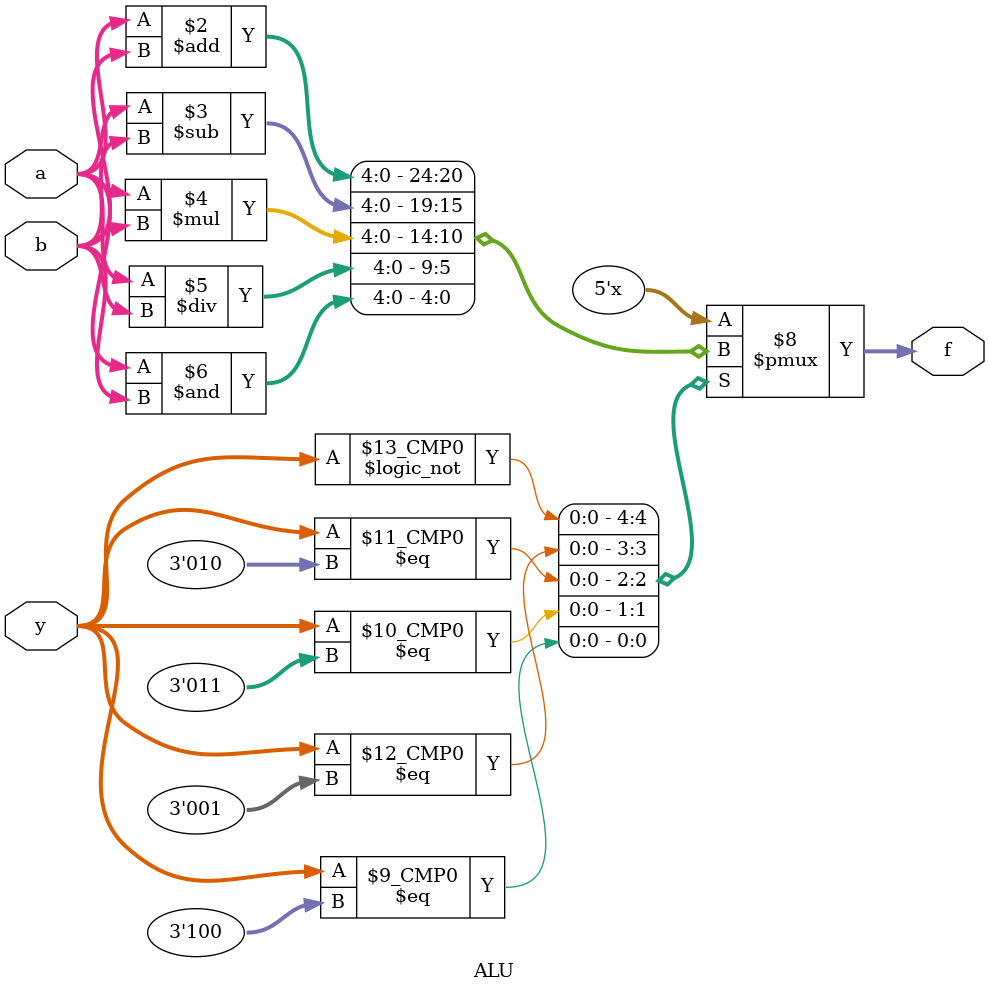
<source format=v>
`timescale 1ns / 1ps


module ALU(f, a, b, y);
input [3:0]a,b;
input [2:0]y;
output reg [4:0]f;


parameter add =3'b000, sub =3'b001 , mul =3'b010, div =3'b011, andpr =3'b100;
always@(a,b,y)
begin
case (y)
add: f = a + b ;
sub: f = a - b ;
mul: f = a*b ;
div: f = a/b ;
andpr: f = a&b ;
endcase
end
endmodule

</source>
